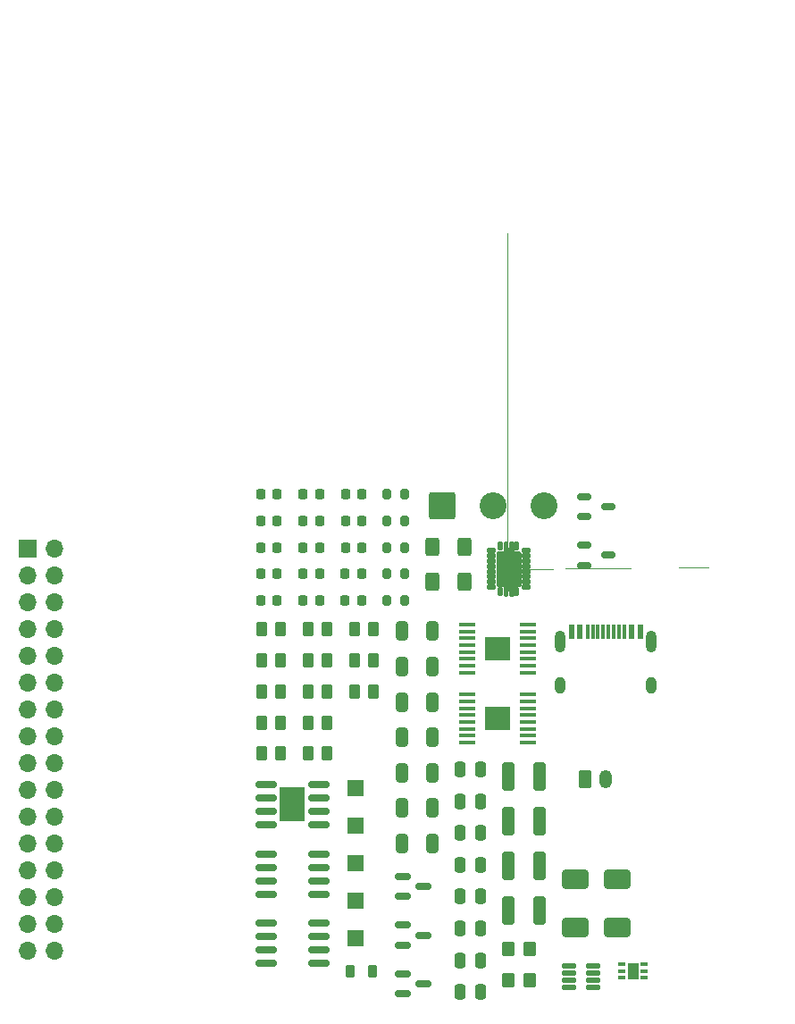
<source format=gbr>
%TF.GenerationSoftware,KiCad,Pcbnew,9.0.0*%
%TF.CreationDate,2025-03-28T16:41:01+02:00*%
%TF.ProjectId,Micro-Mouse Power Subsystem,4d696372-6f2d-44d6-9f75-736520506f77,rev?*%
%TF.SameCoordinates,Original*%
%TF.FileFunction,Soldermask,Top*%
%TF.FilePolarity,Negative*%
%FSLAX46Y46*%
G04 Gerber Fmt 4.6, Leading zero omitted, Abs format (unit mm)*
G04 Created by KiCad (PCBNEW 9.0.0) date 2025-03-28 16:41:01*
%MOMM*%
%LPD*%
G01*
G04 APERTURE LIST*
G04 Aperture macros list*
%AMRoundRect*
0 Rectangle with rounded corners*
0 $1 Rounding radius*
0 $2 $3 $4 $5 $6 $7 $8 $9 X,Y pos of 4 corners*
0 Add a 4 corners polygon primitive as box body*
4,1,4,$2,$3,$4,$5,$6,$7,$8,$9,$2,$3,0*
0 Add four circle primitives for the rounded corners*
1,1,$1+$1,$2,$3*
1,1,$1+$1,$4,$5*
1,1,$1+$1,$6,$7*
1,1,$1+$1,$8,$9*
0 Add four rect primitives between the rounded corners*
20,1,$1+$1,$2,$3,$4,$5,0*
20,1,$1+$1,$4,$5,$6,$7,0*
20,1,$1+$1,$6,$7,$8,$9,0*
20,1,$1+$1,$8,$9,$2,$3,0*%
%AMFreePoly0*
4,1,505,-0.203634,2.555678,-0.202053,2.555421,-0.199231,2.554726,-0.198634,2.554678,-0.197053,2.554421,-0.194231,2.553726,-0.193634,2.553678,-0.192053,2.553421,-0.176164,2.549509,-0.173164,2.548509,-0.166423,2.545994,-0.165768,2.545723,-0.159148,2.542704,-0.157464,2.541862,-0.157608,2.541572,-0.146835,2.536534,-0.144880,2.535327,-0.140541,2.531895,-0.136165,2.529249,-0.134865,2.528313,
-0.133109,2.526820,-0.132165,2.526249,-0.130865,2.525313,-0.118339,2.514661,-0.110339,2.506661,-0.099687,2.494135,-0.098751,2.492835,-0.098179,2.491890,-0.096687,2.490135,-0.095751,2.488835,-0.093104,2.484458,-0.089673,2.480120,-0.088466,2.478165,-0.083427,2.467391,-0.083138,2.467536,-0.082296,2.465852,-0.079277,2.459232,-0.079006,2.458577,-0.076491,2.451836,-0.075491,2.448836,
-0.071579,2.432947,-0.071322,2.431366,-0.071273,2.430768,-0.070579,2.427947,-0.070322,2.426366,-0.070273,2.425768,-0.069579,2.422947,-0.069322,2.421366,-0.068000,2.405000,-0.068000,2.032000,0.068000,2.032000,0.068000,2.405000,0.069322,2.421366,0.069579,2.422947,0.070273,2.425768,0.070322,2.426366,0.070579,2.427947,0.071273,2.430768,0.071322,2.431366,0.071579,2.432947,
0.075491,2.448836,0.076491,2.451836,0.079006,2.458577,0.079277,2.459232,0.082296,2.465852,0.083138,2.467536,0.083427,2.467391,0.088466,2.478165,0.089673,2.480120,0.093104,2.484458,0.095751,2.488835,0.096687,2.490135,0.098179,2.491890,0.098751,2.492835,0.099687,2.494135,0.110339,2.506661,0.118339,2.514661,0.130865,2.525313,0.132165,2.526249,0.133109,2.526820,
0.134865,2.528313,0.136165,2.529249,0.140541,2.531895,0.144880,2.535327,0.146835,2.536534,0.157608,2.541572,0.157464,2.541862,0.159148,2.542704,0.165768,2.545723,0.166423,2.545994,0.173164,2.548509,0.176164,2.549509,0.192053,2.553421,0.193634,2.553678,0.194231,2.553726,0.197053,2.554421,0.198634,2.554678,0.199231,2.554726,0.202053,2.555421,0.203634,2.555678,
0.220000,2.557000,0.330000,2.557000,0.346366,2.555678,0.347947,2.555421,0.350768,2.554726,0.351366,2.554678,0.352947,2.554421,0.355768,2.553726,0.356366,2.553678,0.357947,2.553421,0.373836,2.549509,0.376836,2.548509,0.383577,2.545994,0.384232,2.545723,0.390852,2.542704,0.392536,2.541862,0.392391,2.541572,0.403165,2.536534,0.405120,2.535327,0.409458,2.531895,
0.413835,2.529249,0.415135,2.528313,0.416890,2.526820,0.417835,2.526249,0.419135,2.525313,0.431661,2.514661,0.439661,2.506661,0.450313,2.494135,0.451249,2.492835,0.451820,2.491890,0.453313,2.490135,0.454249,2.488835,0.456895,2.484458,0.460327,2.480120,0.461534,2.478165,0.466572,2.467391,0.466862,2.467536,0.467704,2.465852,0.470723,2.459232,0.470994,2.458577,
0.473509,2.451836,0.474509,2.448836,0.478421,2.432947,0.478678,2.431366,0.478726,2.430768,0.479421,2.427947,0.479678,2.426366,0.479726,2.425768,0.480421,2.422947,0.480678,2.421366,0.482000,2.405000,0.482000,1.632000,0.980000,1.632000,0.996366,1.630678,0.997947,1.630421,1.000768,1.629726,1.001366,1.629678,1.002947,1.629421,1.005768,1.628726,1.006366,1.628678,
1.007947,1.628421,1.013719,1.627000,1.025000,1.627000,1.084954,1.607520,1.122008,1.556520,1.127000,1.525000,1.127000,1.513718,1.128421,1.507947,1.128678,1.506366,1.128726,1.505768,1.129421,1.502947,1.129678,1.501366,1.129726,1.500768,1.130421,1.497947,1.130678,1.496366,1.132000,1.480000,1.132000,-1.480000,1.130678,-1.496366,1.130421,-1.497947,1.129726,-1.500768,
1.129678,-1.501366,1.129421,-1.502947,1.128726,-1.505768,1.128678,-1.506366,1.128421,-1.507947,1.127000,-1.513718,1.127000,-1.525000,1.107520,-1.584954,1.056520,-1.622008,1.025000,-1.627000,1.013719,-1.627000,1.007947,-1.628421,1.006366,-1.628678,1.005768,-1.628726,1.002947,-1.629421,1.001366,-1.629678,1.000768,-1.629726,0.997947,-1.630421,0.996366,-1.630678,0.980000,-1.632000,
0.482000,-1.632000,0.482000,-2.405000,0.480678,-2.421366,0.480421,-2.422947,0.479726,-2.425768,0.479678,-2.426366,0.479421,-2.427947,0.478726,-2.430768,0.478678,-2.431366,0.478421,-2.432947,0.474509,-2.448836,0.473509,-2.451836,0.470994,-2.458577,0.470723,-2.459232,0.467704,-2.465852,0.466862,-2.467536,0.466572,-2.467391,0.461534,-2.478165,0.460327,-2.480120,0.456895,-2.484458,
0.454249,-2.488835,0.453313,-2.490135,0.451820,-2.491890,0.451249,-2.492835,0.450313,-2.494135,0.439661,-2.506661,0.431661,-2.514661,0.419135,-2.525313,0.417835,-2.526249,0.416890,-2.526820,0.415135,-2.528313,0.413835,-2.529249,0.409458,-2.531895,0.405120,-2.535327,0.403165,-2.536534,0.392391,-2.541572,0.392536,-2.541862,0.390852,-2.542704,0.384232,-2.545723,0.383577,-2.545994,
0.376836,-2.548509,0.373836,-2.549509,0.357947,-2.553421,0.356366,-2.553678,0.355768,-2.553726,0.352947,-2.554421,0.351366,-2.554678,0.350768,-2.554726,0.347947,-2.555421,0.346366,-2.555678,0.330000,-2.557000,0.220000,-2.557000,0.203634,-2.555678,0.202053,-2.555421,0.199231,-2.554726,0.198634,-2.554678,0.197053,-2.554421,0.194231,-2.553726,0.193634,-2.553678,0.192053,-2.553421,
0.176164,-2.549509,0.173164,-2.548509,0.166423,-2.545994,0.165768,-2.545723,0.159148,-2.542704,0.157464,-2.541862,0.157608,-2.541572,0.146835,-2.536534,0.144880,-2.535327,0.140541,-2.531895,0.136165,-2.529249,0.134865,-2.528313,0.133109,-2.526820,0.132165,-2.526249,0.130865,-2.525313,0.118339,-2.514661,0.110339,-2.506661,0.099687,-2.494135,0.098751,-2.492835,0.098179,-2.491890,
0.096687,-2.490135,0.095751,-2.488835,0.093104,-2.484458,0.089673,-2.480120,0.088466,-2.478165,0.083427,-2.467391,0.083138,-2.467536,0.082296,-2.465852,0.079277,-2.459232,0.079006,-2.458577,0.076491,-2.451836,0.075491,-2.448836,0.071579,-2.432947,0.071322,-2.431366,0.071273,-2.430768,0.070579,-2.427947,0.070322,-2.426366,0.070273,-2.425768,0.069579,-2.422947,0.069322,-2.421366,
0.068000,-2.405000,0.068000,-2.032000,-0.068000,-2.032000,-0.068000,-2.405000,-0.069322,-2.421366,-0.069579,-2.422947,-0.070273,-2.425768,-0.070322,-2.426366,-0.070579,-2.427947,-0.071273,-2.430768,-0.071322,-2.431366,-0.071579,-2.432947,-0.075491,-2.448836,-0.076491,-2.451836,-0.079006,-2.458577,-0.079277,-2.459232,-0.082296,-2.465852,-0.083138,-2.467536,-0.083427,-2.467391,-0.088466,-2.478165,
-0.089673,-2.480120,-0.093104,-2.484458,-0.095751,-2.488835,-0.096687,-2.490135,-0.098179,-2.491890,-0.098751,-2.492835,-0.099687,-2.494135,-0.110339,-2.506661,-0.118339,-2.514661,-0.130865,-2.525313,-0.132165,-2.526249,-0.133109,-2.526820,-0.134865,-2.528313,-0.136165,-2.529249,-0.140541,-2.531895,-0.144880,-2.535327,-0.146835,-2.536534,-0.157608,-2.541572,-0.157464,-2.541862,-0.159148,-2.542704,
-0.165768,-2.545723,-0.166423,-2.545994,-0.173164,-2.548509,-0.176164,-2.549509,-0.192053,-2.553421,-0.193634,-2.553678,-0.194231,-2.553726,-0.197053,-2.554421,-0.198634,-2.554678,-0.199231,-2.554726,-0.202053,-2.555421,-0.203634,-2.555678,-0.220000,-2.557000,-0.330000,-2.557000,-0.346366,-2.555678,-0.347947,-2.555421,-0.350768,-2.554726,-0.351366,-2.554678,-0.352947,-2.554421,-0.355768,-2.553726,
-0.356366,-2.553678,-0.357947,-2.553421,-0.373836,-2.549509,-0.376836,-2.548509,-0.383577,-2.545994,-0.384232,-2.545723,-0.390852,-2.542704,-0.392536,-2.541862,-0.392391,-2.541572,-0.403165,-2.536534,-0.405120,-2.535327,-0.409458,-2.531895,-0.413835,-2.529249,-0.415135,-2.528313,-0.416890,-2.526820,-0.417835,-2.526249,-0.419135,-2.525313,-0.431661,-2.514661,-0.439661,-2.506661,-0.450313,-2.494135,
-0.451249,-2.492835,-0.451820,-2.491890,-0.453313,-2.490135,-0.454249,-2.488835,-0.456895,-2.484458,-0.460327,-2.480120,-0.461534,-2.478165,-0.466572,-2.467391,-0.466862,-2.467536,-0.467704,-2.465852,-0.470723,-2.459232,-0.470994,-2.458577,-0.473509,-2.451836,-0.474509,-2.448836,-0.478421,-2.432947,-0.478678,-2.431366,-0.478726,-2.430768,-0.479421,-2.427947,-0.479678,-2.426366,-0.479726,-2.425768,
-0.480421,-2.422947,-0.480678,-2.421366,-0.482000,-2.405000,-0.482000,-1.632000,-0.980000,-1.632000,-0.996366,-1.630678,-0.997947,-1.630421,-1.000768,-1.629726,-1.001366,-1.629678,-1.002947,-1.629421,-1.005768,-1.628726,-1.006366,-1.628678,-1.007947,-1.628421,-1.013719,-1.627000,-1.025000,-1.627000,-1.084954,-1.607520,-1.122008,-1.556520,-1.127000,-1.525000,-1.127000,-1.513718,-1.128421,-1.507947,
-1.128678,-1.506366,-1.128726,-1.505768,-1.129421,-1.502947,-1.129678,-1.501366,-1.129726,-1.500768,-1.130421,-1.497947,-1.130678,-1.496366,-1.132000,-1.480000,-1.132000,1.480000,-1.130678,1.496366,-1.130421,1.497947,-1.129726,1.500768,-1.129678,1.501366,-1.129421,1.502947,-1.128726,1.505768,-1.128678,1.506366,-1.128421,1.507947,-1.127000,1.513718,-1.127000,1.525000,-1.107520,1.584954,
-1.056520,1.622008,-1.025000,1.627000,-1.013719,1.627000,-1.007947,1.628421,-1.006366,1.628678,-1.005768,1.628726,-1.002947,1.629421,-1.001366,1.629678,-1.000768,1.629726,-0.997947,1.630421,-0.996366,1.630678,-0.980000,1.632000,-0.482000,1.632000,-0.482000,2.405000,-0.480678,2.421366,-0.480421,2.422947,-0.479726,2.425768,-0.479678,2.426366,-0.479421,2.427947,-0.478726,2.430768,
-0.478678,2.431366,-0.478421,2.432947,-0.474509,2.448836,-0.473509,2.451836,-0.470994,2.458577,-0.470723,2.459232,-0.467704,2.465852,-0.466862,2.467536,-0.466572,2.467391,-0.461534,2.478165,-0.460327,2.480120,-0.456895,2.484458,-0.454249,2.488835,-0.453313,2.490135,-0.451820,2.491890,-0.451249,2.492835,-0.450313,2.494135,-0.439661,2.506661,-0.431661,2.514661,-0.419135,2.525313,
-0.417835,2.526249,-0.416890,2.526820,-0.415135,2.528313,-0.413835,2.529249,-0.409458,2.531895,-0.405120,2.535327,-0.403165,2.536534,-0.392391,2.541572,-0.392536,2.541862,-0.390852,2.542704,-0.384232,2.545723,-0.383577,2.545994,-0.376836,2.548509,-0.373836,2.549509,-0.357947,2.553421,-0.356366,2.553678,-0.355768,2.553726,-0.352947,2.554421,-0.351366,2.554678,-0.350768,2.554726,
-0.347947,2.555421,-0.346366,2.555678,-0.330000,2.557000,-0.220000,2.557000,-0.203634,2.555678,-0.203634,2.555678,$1*%
G04 Aperture macros list end*
%ADD10C,0.010000*%
%ADD11RoundRect,0.150000X-0.825000X-0.150000X0.825000X-0.150000X0.825000X0.150000X-0.825000X0.150000X0*%
%ADD12RoundRect,0.125000X-0.537500X-0.125000X0.537500X-0.125000X0.537500X0.125000X-0.537500X0.125000X0*%
%ADD13RoundRect,0.093240X-0.128760X-0.308760X0.128760X-0.308760X0.128760X0.308760X-0.128760X0.308760X0*%
%ADD14RoundRect,0.093240X-0.308760X-0.128760X0.308760X-0.128760X0.308760X0.128760X-0.308760X0.128760X0*%
%ADD15FreePoly0,0.000000*%
%ADD16C,0.504000*%
%ADD17R,0.650000X0.350000*%
%ADD18R,1.000000X1.600000*%
%ADD19R,2.460000X2.310000*%
%ADD20RoundRect,0.100000X-0.687500X-0.100000X0.687500X-0.100000X0.687500X0.100000X-0.687500X0.100000X0*%
%ADD21R,2.410000X3.300000*%
%ADD22R,1.500000X1.500000*%
%ADD23RoundRect,0.249999X-1.025001X-1.025001X1.025001X-1.025001X1.025001X1.025001X-1.025001X1.025001X0*%
%ADD24C,2.550000*%
%ADD25RoundRect,0.250000X-0.262500X-0.450000X0.262500X-0.450000X0.262500X0.450000X-0.262500X0.450000X0*%
%ADD26RoundRect,0.200000X-0.200000X-0.275000X0.200000X-0.275000X0.200000X0.275000X-0.200000X0.275000X0*%
%ADD27RoundRect,0.250000X-0.400000X-0.625000X0.400000X-0.625000X0.400000X0.625000X-0.400000X0.625000X0*%
%ADD28RoundRect,0.250000X-0.350000X-0.450000X0.350000X-0.450000X0.350000X0.450000X-0.350000X0.450000X0*%
%ADD29RoundRect,0.150000X-0.587500X-0.150000X0.587500X-0.150000X0.587500X0.150000X-0.587500X0.150000X0*%
%ADD30RoundRect,0.150000X-0.512500X-0.150000X0.512500X-0.150000X0.512500X0.150000X-0.512500X0.150000X0*%
%ADD31RoundRect,0.218750X-0.218750X-0.256250X0.218750X-0.256250X0.218750X0.256250X-0.218750X0.256250X0*%
%ADD32RoundRect,0.218750X-0.218750X-0.381250X0.218750X-0.381250X0.218750X0.381250X-0.218750X0.381250X0*%
%ADD33RoundRect,0.250000X-0.350000X-0.625000X0.350000X-0.625000X0.350000X0.625000X-0.350000X0.625000X0*%
%ADD34O,1.200000X1.750000*%
%ADD35R,0.600000X1.450000*%
%ADD36R,0.300000X1.450000*%
%ADD37O,1.000000X2.100000*%
%ADD38O,1.000000X1.600000*%
%ADD39R,1.700000X1.700000*%
%ADD40O,1.700000X1.700000*%
%ADD41RoundRect,0.250000X-1.000000X-0.650000X1.000000X-0.650000X1.000000X0.650000X-1.000000X0.650000X0*%
%ADD42RoundRect,0.250000X-0.250000X-0.475000X0.250000X-0.475000X0.250000X0.475000X-0.250000X0.475000X0*%
%ADD43RoundRect,0.225000X-0.225000X-0.250000X0.225000X-0.250000X0.225000X0.250000X-0.225000X0.250000X0*%
%ADD44RoundRect,0.250000X-0.325000X-0.650000X0.325000X-0.650000X0.325000X0.650000X-0.325000X0.650000X0*%
%ADD45RoundRect,0.250000X-0.325000X-1.100000X0.325000X-1.100000X0.325000X1.100000X-0.325000X1.100000X0*%
G04 APERTURE END LIST*
D10*
%TO.C,U5*%
X47886000Y-9479000D02*
X47894000Y-9480000D01*
X47902000Y-9481000D01*
X47909000Y-9483000D01*
X47917000Y-9485000D01*
X47924000Y-9488000D01*
X47932000Y-9491000D01*
X47939000Y-9495000D01*
X47946000Y-9498000D01*
X47953000Y-9503000D01*
X47959000Y-9507000D01*
X47966000Y-9512000D01*
X47972000Y-9517000D01*
X47977000Y-9523000D01*
X47983000Y-9528000D01*
X47988000Y-9534000D01*
X47993000Y-9541000D01*
X47997000Y-9547000D01*
X48002000Y-9554000D01*
X48005000Y-9561000D01*
X48009000Y-9568000D01*
X48012000Y-9576000D01*
X48015000Y-9583000D01*
X48017000Y-9591000D01*
X48019000Y-9598000D01*
X48020000Y-9606000D01*
X48021000Y-9614000D01*
X48022000Y-9622000D01*
X48022000Y-9630000D01*
X48022000Y-10003000D01*
X48167000Y-10003000D01*
X48168000Y-10003000D01*
X48168000Y-9628000D01*
X48168000Y-9620000D01*
X48169000Y-9612000D01*
X48170000Y-9605000D01*
X48171000Y-9597000D01*
X48173000Y-9589000D01*
X48175000Y-9582000D01*
X48178000Y-9574000D01*
X48181000Y-9567000D01*
X48184000Y-9560000D01*
X48188000Y-9553000D01*
X48192000Y-9546000D01*
X48197000Y-9540000D01*
X48201000Y-9534000D01*
X48207000Y-9528000D01*
X48212000Y-9522000D01*
X48218000Y-9517000D01*
X48224000Y-9511000D01*
X48230000Y-9507000D01*
X48236000Y-9502000D01*
X48243000Y-9498000D01*
X48250000Y-9494000D01*
X48257000Y-9491000D01*
X48264000Y-9488000D01*
X48272000Y-9485000D01*
X48279000Y-9483000D01*
X48287000Y-9481000D01*
X48295000Y-9480000D01*
X48302000Y-9479000D01*
X48310000Y-9478000D01*
X48318000Y-9478000D01*
X48421000Y-9478000D01*
X48429000Y-9478000D01*
X48437000Y-9479000D01*
X48445000Y-9480000D01*
X48452000Y-9481000D01*
X48460000Y-9483000D01*
X48468000Y-9485000D01*
X48475000Y-9488000D01*
X48482000Y-9491000D01*
X48490000Y-9494000D01*
X48496000Y-9498000D01*
X48503000Y-9502000D01*
X48510000Y-9507000D01*
X48516000Y-9512000D01*
X48522000Y-9517000D01*
X48528000Y-9522000D01*
X48533000Y-9528000D01*
X48538000Y-9534000D01*
X48543000Y-9540000D01*
X48548000Y-9547000D01*
X48552000Y-9554000D01*
X48556000Y-9560000D01*
X48559000Y-9568000D01*
X48562000Y-9575000D01*
X48565000Y-9582000D01*
X48567000Y-9590000D01*
X48569000Y-9598000D01*
X48570000Y-9605000D01*
X48571000Y-9613000D01*
X48572000Y-9621000D01*
X48572000Y-9629000D01*
X48572000Y-10403000D01*
X49070000Y-10403000D01*
X49078000Y-10403000D01*
X49086000Y-10404000D01*
X49094000Y-10405000D01*
X49102000Y-10406000D01*
X49109000Y-10408000D01*
X49117000Y-10410000D01*
X49124000Y-10413000D01*
X49132000Y-10416000D01*
X49139000Y-10420000D01*
X49146000Y-10423000D01*
X49153000Y-10428000D01*
X49159000Y-10432000D01*
X49166000Y-10437000D01*
X49172000Y-10442000D01*
X49177000Y-10448000D01*
X49183000Y-10453000D01*
X49188000Y-10459000D01*
X49193000Y-10466000D01*
X49197000Y-10472000D01*
X49202000Y-10479000D01*
X49205000Y-10486000D01*
X49209000Y-10493000D01*
X49212000Y-10501000D01*
X49215000Y-10508000D01*
X49217000Y-10516000D01*
X49219000Y-10523000D01*
X49220000Y-10531000D01*
X49221000Y-10539000D01*
X49222000Y-10547000D01*
X49222000Y-10555000D01*
X49222000Y-13506000D01*
X49222000Y-13514000D01*
X49221000Y-13522000D01*
X49220000Y-13529000D01*
X49219000Y-13537000D01*
X49217000Y-13545000D01*
X49215000Y-13552000D01*
X49212000Y-13560000D01*
X49209000Y-13567000D01*
X49206000Y-13574000D01*
X49202000Y-13581000D01*
X49198000Y-13588000D01*
X49193000Y-13594000D01*
X49189000Y-13600000D01*
X49183000Y-13606000D01*
X49178000Y-13612000D01*
X49172000Y-13617000D01*
X49166000Y-13623000D01*
X49160000Y-13627000D01*
X49154000Y-13632000D01*
X49147000Y-13636000D01*
X49140000Y-13640000D01*
X49133000Y-13643000D01*
X49126000Y-13646000D01*
X49118000Y-13649000D01*
X49111000Y-13651000D01*
X49103000Y-13653000D01*
X49095000Y-13654000D01*
X49088000Y-13655000D01*
X49080000Y-13656000D01*
X49072000Y-13656000D01*
X48573000Y-13656000D01*
X48572000Y-13656000D01*
X48572000Y-13657000D01*
X48572000Y-14431000D01*
X48572000Y-14439000D01*
X48571000Y-14447000D01*
X48570000Y-14454000D01*
X48569000Y-14462000D01*
X48567000Y-14470000D01*
X48565000Y-14477000D01*
X48562000Y-14485000D01*
X48559000Y-14492000D01*
X48556000Y-14499000D01*
X48552000Y-14506000D01*
X48548000Y-14513000D01*
X48543000Y-14519000D01*
X48539000Y-14525000D01*
X48533000Y-14531000D01*
X48528000Y-14537000D01*
X48522000Y-14542000D01*
X48516000Y-14548000D01*
X48510000Y-14552000D01*
X48504000Y-14557000D01*
X48497000Y-14561000D01*
X48490000Y-14565000D01*
X48483000Y-14568000D01*
X48476000Y-14571000D01*
X48468000Y-14574000D01*
X48461000Y-14576000D01*
X48453000Y-14578000D01*
X48445000Y-14579000D01*
X48438000Y-14580000D01*
X48430000Y-14581000D01*
X48422000Y-14581000D01*
X48317000Y-14581000D01*
X48309000Y-14581000D01*
X48301000Y-14580000D01*
X48294000Y-14579000D01*
X48286000Y-14578000D01*
X48278000Y-14576000D01*
X48271000Y-14574000D01*
X48264000Y-14571000D01*
X48256000Y-14568000D01*
X48249000Y-14565000D01*
X48242000Y-14561000D01*
X48236000Y-14557000D01*
X48229000Y-14553000D01*
X48223000Y-14548000D01*
X48217000Y-14543000D01*
X48212000Y-14537000D01*
X48206000Y-14532000D01*
X48201000Y-14526000D01*
X48196000Y-14520000D01*
X48192000Y-14513000D01*
X48188000Y-14507000D01*
X48184000Y-14500000D01*
X48181000Y-14493000D01*
X48178000Y-14485000D01*
X48175000Y-14478000D01*
X48173000Y-14471000D01*
X48171000Y-14463000D01*
X48170000Y-14455000D01*
X48169000Y-14448000D01*
X48168000Y-14440000D01*
X48168000Y-14432000D01*
X48168000Y-14057000D01*
X48023000Y-14057000D01*
X48022000Y-14057000D01*
X48022000Y-14058000D01*
X48022000Y-14431000D01*
X48022000Y-14439000D01*
X48021000Y-14447000D01*
X48020000Y-14454000D01*
X48019000Y-14462000D01*
X48017000Y-14470000D01*
X48015000Y-14477000D01*
X48012000Y-14485000D01*
X48009000Y-14492000D01*
X48006000Y-14499000D01*
X48002000Y-14506000D01*
X47998000Y-14513000D01*
X47993000Y-14519000D01*
X47989000Y-14525000D01*
X47983000Y-14531000D01*
X47978000Y-14537000D01*
X47972000Y-14542000D01*
X47966000Y-14548000D01*
X47960000Y-14552000D01*
X47954000Y-14557000D01*
X47947000Y-14561000D01*
X47940000Y-14565000D01*
X47933000Y-14568000D01*
X47926000Y-14571000D01*
X47918000Y-14574000D01*
X47911000Y-14576000D01*
X47903000Y-14578000D01*
X47895000Y-14579000D01*
X47888000Y-14580000D01*
X47880000Y-14581000D01*
X47872000Y-14581000D01*
X47766000Y-14581000D01*
X47758000Y-14581000D01*
X47751000Y-14580000D01*
X47743000Y-14579000D01*
X47735000Y-14578000D01*
X47728000Y-14576000D01*
X47720000Y-14574000D01*
X47713000Y-14571000D01*
X47706000Y-14568000D01*
X47699000Y-14565000D01*
X47692000Y-14561000D01*
X47685000Y-14557000D01*
X47679000Y-14553000D01*
X47673000Y-14548000D01*
X47667000Y-14543000D01*
X47661000Y-14538000D01*
X47656000Y-14532000D01*
X47651000Y-14526000D01*
X47646000Y-14520000D01*
X47642000Y-14514000D01*
X47638000Y-14507000D01*
X47634000Y-14500000D01*
X47631000Y-14493000D01*
X47628000Y-14486000D01*
X47625000Y-14479000D01*
X47623000Y-14471000D01*
X47621000Y-14464000D01*
X47620000Y-14456000D01*
X47619000Y-14448000D01*
X47618000Y-14441000D01*
X47618000Y-14433000D01*
X47618000Y-13657000D01*
X47120000Y-13657000D01*
X47112000Y-13657000D01*
X47104000Y-13656000D01*
X47096000Y-13655000D01*
X47088000Y-13654000D01*
X47081000Y-13652000D01*
X47073000Y-13650000D01*
X47066000Y-13647000D01*
X47058000Y-13644000D01*
X47051000Y-13640000D01*
X47044000Y-13637000D01*
X47037000Y-13632000D01*
X47031000Y-13628000D01*
X47024000Y-13623000D01*
X47018000Y-13618000D01*
X47013000Y-13612000D01*
X47007000Y-13607000D01*
X47002000Y-13601000D01*
X46997000Y-13594000D01*
X46993000Y-13588000D01*
X46988000Y-13581000D01*
X46985000Y-13574000D01*
X46981000Y-13567000D01*
X46978000Y-13559000D01*
X46975000Y-13552000D01*
X46973000Y-13544000D01*
X46971000Y-13537000D01*
X46970000Y-13529000D01*
X46969000Y-13521000D01*
X46968000Y-13513000D01*
X46968000Y-13505000D01*
X46968000Y-10556000D01*
X46968000Y-10548000D01*
X46969000Y-10540000D01*
X46970000Y-10532000D01*
X46971000Y-10524000D01*
X46973000Y-10517000D01*
X46975000Y-10509000D01*
X46978000Y-10502000D01*
X46981000Y-10494000D01*
X46985000Y-10487000D01*
X46988000Y-10480000D01*
X46993000Y-10473000D01*
X46997000Y-10467000D01*
X47002000Y-10460000D01*
X47007000Y-10454000D01*
X47013000Y-10449000D01*
X47018000Y-10443000D01*
X47024000Y-10438000D01*
X47031000Y-10433000D01*
X47037000Y-10429000D01*
X47044000Y-10424000D01*
X47051000Y-10421000D01*
X47058000Y-10417000D01*
X47066000Y-10414000D01*
X47073000Y-10411000D01*
X47081000Y-10409000D01*
X47088000Y-10407000D01*
X47096000Y-10406000D01*
X47104000Y-10405000D01*
X47112000Y-10404000D01*
X47120000Y-10404000D01*
X47617000Y-10404000D01*
X47618000Y-10404000D01*
X47618000Y-10403000D01*
X47618000Y-9630000D01*
X47618000Y-9622000D01*
X47619000Y-9614000D01*
X47620000Y-9606000D01*
X47621000Y-9598000D01*
X47623000Y-9591000D01*
X47625000Y-9583000D01*
X47628000Y-9576000D01*
X47631000Y-9568000D01*
X47635000Y-9561000D01*
X47638000Y-9554000D01*
X47643000Y-9547000D01*
X47647000Y-9541000D01*
X47652000Y-9534000D01*
X47657000Y-9528000D01*
X47663000Y-9523000D01*
X47668000Y-9517000D01*
X47674000Y-9512000D01*
X47681000Y-9507000D01*
X47687000Y-9503000D01*
X47694000Y-9498000D01*
X47701000Y-9495000D01*
X47708000Y-9491000D01*
X47716000Y-9488000D01*
X47723000Y-9485000D01*
X47731000Y-9483000D01*
X47738000Y-9481000D01*
X47746000Y-9480000D01*
X47754000Y-9479000D01*
X47762000Y-9478000D01*
X47770000Y-9478000D01*
X47870000Y-9478000D01*
X47878000Y-9478000D01*
X47886000Y-9479000D01*
G36*
X47886000Y-9479000D02*
G01*
X47894000Y-9480000D01*
X47902000Y-9481000D01*
X47909000Y-9483000D01*
X47917000Y-9485000D01*
X47924000Y-9488000D01*
X47932000Y-9491000D01*
X47939000Y-9495000D01*
X47946000Y-9498000D01*
X47953000Y-9503000D01*
X47959000Y-9507000D01*
X47966000Y-9512000D01*
X47972000Y-9517000D01*
X47977000Y-9523000D01*
X47983000Y-9528000D01*
X47988000Y-9534000D01*
X47993000Y-9541000D01*
X47997000Y-9547000D01*
X48002000Y-9554000D01*
X48005000Y-9561000D01*
X48009000Y-9568000D01*
X48012000Y-9576000D01*
X48015000Y-9583000D01*
X48017000Y-9591000D01*
X48019000Y-9598000D01*
X48020000Y-9606000D01*
X48021000Y-9614000D01*
X48022000Y-9622000D01*
X48022000Y-9630000D01*
X48022000Y-10003000D01*
X48167000Y-10003000D01*
X48168000Y-10003000D01*
X48168000Y-9628000D01*
X48168000Y-9620000D01*
X48169000Y-9612000D01*
X48170000Y-9605000D01*
X48171000Y-9597000D01*
X48173000Y-9589000D01*
X48175000Y-9582000D01*
X48178000Y-9574000D01*
X48181000Y-9567000D01*
X48184000Y-9560000D01*
X48188000Y-9553000D01*
X48192000Y-9546000D01*
X48197000Y-9540000D01*
X48201000Y-9534000D01*
X48207000Y-9528000D01*
X48212000Y-9522000D01*
X48218000Y-9517000D01*
X48224000Y-9511000D01*
X48230000Y-9507000D01*
X48236000Y-9502000D01*
X48243000Y-9498000D01*
X48250000Y-9494000D01*
X48257000Y-9491000D01*
X48264000Y-9488000D01*
X48272000Y-9485000D01*
X48279000Y-9483000D01*
X48287000Y-9481000D01*
X48295000Y-9480000D01*
X48302000Y-9479000D01*
X48310000Y-9478000D01*
X48318000Y-9478000D01*
X48421000Y-9478000D01*
X48429000Y-9478000D01*
X48437000Y-9479000D01*
X48445000Y-9480000D01*
X48452000Y-9481000D01*
X48460000Y-9483000D01*
X48468000Y-9485000D01*
X48475000Y-9488000D01*
X48482000Y-9491000D01*
X48490000Y-9494000D01*
X48496000Y-9498000D01*
X48503000Y-9502000D01*
X48510000Y-9507000D01*
X48516000Y-9512000D01*
X48522000Y-9517000D01*
X48528000Y-9522000D01*
X48533000Y-9528000D01*
X48538000Y-9534000D01*
X48543000Y-9540000D01*
X48548000Y-9547000D01*
X48552000Y-9554000D01*
X48556000Y-9560000D01*
X48559000Y-9568000D01*
X48562000Y-9575000D01*
X48565000Y-9582000D01*
X48567000Y-9590000D01*
X48569000Y-9598000D01*
X48570000Y-9605000D01*
X48571000Y-9613000D01*
X48572000Y-9621000D01*
X48572000Y-9629000D01*
X48572000Y-10403000D01*
X49070000Y-10403000D01*
X49078000Y-10403000D01*
X49086000Y-10404000D01*
X49094000Y-10405000D01*
X49102000Y-10406000D01*
X49109000Y-10408000D01*
X49117000Y-10410000D01*
X49124000Y-10413000D01*
X49132000Y-10416000D01*
X49139000Y-10420000D01*
X49146000Y-10423000D01*
X49153000Y-10428000D01*
X49159000Y-10432000D01*
X49166000Y-10437000D01*
X49172000Y-10442000D01*
X49177000Y-10448000D01*
X49183000Y-10453000D01*
X49188000Y-10459000D01*
X49193000Y-10466000D01*
X49197000Y-10472000D01*
X49202000Y-10479000D01*
X49205000Y-10486000D01*
X49209000Y-10493000D01*
X49212000Y-10501000D01*
X49215000Y-10508000D01*
X49217000Y-10516000D01*
X49219000Y-10523000D01*
X49220000Y-10531000D01*
X49221000Y-10539000D01*
X49222000Y-10547000D01*
X49222000Y-10555000D01*
X49222000Y-13506000D01*
X49222000Y-13514000D01*
X49221000Y-13522000D01*
X49220000Y-13529000D01*
X49219000Y-13537000D01*
X49217000Y-13545000D01*
X49215000Y-13552000D01*
X49212000Y-13560000D01*
X49209000Y-13567000D01*
X49206000Y-13574000D01*
X49202000Y-13581000D01*
X49198000Y-13588000D01*
X49193000Y-13594000D01*
X49189000Y-13600000D01*
X49183000Y-13606000D01*
X49178000Y-13612000D01*
X49172000Y-13617000D01*
X49166000Y-13623000D01*
X49160000Y-13627000D01*
X49154000Y-13632000D01*
X49147000Y-13636000D01*
X49140000Y-13640000D01*
X49133000Y-13643000D01*
X49126000Y-13646000D01*
X49118000Y-13649000D01*
X49111000Y-13651000D01*
X49103000Y-13653000D01*
X49095000Y-13654000D01*
X49088000Y-13655000D01*
X49080000Y-13656000D01*
X49072000Y-13656000D01*
X48573000Y-13656000D01*
X48572000Y-13656000D01*
X48572000Y-13657000D01*
X48572000Y-14431000D01*
X48572000Y-14439000D01*
X48571000Y-14447000D01*
X48570000Y-14454000D01*
X48569000Y-14462000D01*
X48567000Y-14470000D01*
X48565000Y-14477000D01*
X48562000Y-14485000D01*
X48559000Y-14492000D01*
X48556000Y-14499000D01*
X48552000Y-14506000D01*
X48548000Y-14513000D01*
X48543000Y-14519000D01*
X48539000Y-14525000D01*
X48533000Y-14531000D01*
X48528000Y-14537000D01*
X48522000Y-14542000D01*
X48516000Y-14548000D01*
X48510000Y-14552000D01*
X48504000Y-14557000D01*
X48497000Y-14561000D01*
X48490000Y-14565000D01*
X48483000Y-14568000D01*
X48476000Y-14571000D01*
X48468000Y-14574000D01*
X48461000Y-14576000D01*
X48453000Y-14578000D01*
X48445000Y-14579000D01*
X48438000Y-14580000D01*
X48430000Y-14581000D01*
X48422000Y-14581000D01*
X48317000Y-14581000D01*
X48309000Y-14581000D01*
X48301000Y-14580000D01*
X48294000Y-14579000D01*
X48286000Y-14578000D01*
X48278000Y-14576000D01*
X48271000Y-14574000D01*
X48264000Y-14571000D01*
X48256000Y-14568000D01*
X48249000Y-14565000D01*
X48242000Y-14561000D01*
X48236000Y-14557000D01*
X48229000Y-14553000D01*
X48223000Y-14548000D01*
X48217000Y-14543000D01*
X48212000Y-14537000D01*
X48206000Y-14532000D01*
X48201000Y-14526000D01*
X48196000Y-14520000D01*
X48192000Y-14513000D01*
X48188000Y-14507000D01*
X48184000Y-14500000D01*
X48181000Y-14493000D01*
X48178000Y-14485000D01*
X48175000Y-14478000D01*
X48173000Y-14471000D01*
X48171000Y-14463000D01*
X48170000Y-14455000D01*
X48169000Y-14448000D01*
X48168000Y-14440000D01*
X48168000Y-14432000D01*
X48168000Y-14057000D01*
X48023000Y-14057000D01*
X48022000Y-14057000D01*
X48022000Y-14058000D01*
X48022000Y-14431000D01*
X48022000Y-14439000D01*
X48021000Y-14447000D01*
X48020000Y-14454000D01*
X48019000Y-14462000D01*
X48017000Y-14470000D01*
X48015000Y-14477000D01*
X48012000Y-14485000D01*
X48009000Y-14492000D01*
X48006000Y-14499000D01*
X48002000Y-14506000D01*
X47998000Y-14513000D01*
X47993000Y-14519000D01*
X47989000Y-14525000D01*
X47983000Y-14531000D01*
X47978000Y-14537000D01*
X47972000Y-14542000D01*
X47966000Y-14548000D01*
X47960000Y-14552000D01*
X47954000Y-14557000D01*
X47947000Y-14561000D01*
X47940000Y-14565000D01*
X47933000Y-14568000D01*
X47926000Y-14571000D01*
X47918000Y-14574000D01*
X47911000Y-14576000D01*
X47903000Y-14578000D01*
X47895000Y-14579000D01*
X47888000Y-14580000D01*
X47880000Y-14581000D01*
X47872000Y-14581000D01*
X47766000Y-14581000D01*
X47758000Y-14581000D01*
X47751000Y-14580000D01*
X47743000Y-14579000D01*
X47735000Y-14578000D01*
X47728000Y-14576000D01*
X47720000Y-14574000D01*
X47713000Y-14571000D01*
X47706000Y-14568000D01*
X47699000Y-14565000D01*
X47692000Y-14561000D01*
X47685000Y-14557000D01*
X47679000Y-14553000D01*
X47673000Y-14548000D01*
X47667000Y-14543000D01*
X47661000Y-14538000D01*
X47656000Y-14532000D01*
X47651000Y-14526000D01*
X47646000Y-14520000D01*
X47642000Y-14514000D01*
X47638000Y-14507000D01*
X47634000Y-14500000D01*
X47631000Y-14493000D01*
X47628000Y-14486000D01*
X47625000Y-14479000D01*
X47623000Y-14471000D01*
X47621000Y-14464000D01*
X47620000Y-14456000D01*
X47619000Y-14448000D01*
X47618000Y-14441000D01*
X47618000Y-14433000D01*
X47618000Y-13657000D01*
X47120000Y-13657000D01*
X47112000Y-13657000D01*
X47104000Y-13656000D01*
X47096000Y-13655000D01*
X47088000Y-13654000D01*
X47081000Y-13652000D01*
X47073000Y-13650000D01*
X47066000Y-13647000D01*
X47058000Y-13644000D01*
X47051000Y-13640000D01*
X47044000Y-13637000D01*
X47037000Y-13632000D01*
X47031000Y-13628000D01*
X47024000Y-13623000D01*
X47018000Y-13618000D01*
X47013000Y-13612000D01*
X47007000Y-13607000D01*
X47002000Y-13601000D01*
X46997000Y-13594000D01*
X46993000Y-13588000D01*
X46988000Y-13581000D01*
X46985000Y-13574000D01*
X46981000Y-13567000D01*
X46978000Y-13559000D01*
X46975000Y-13552000D01*
X46973000Y-13544000D01*
X46971000Y-13537000D01*
X46970000Y-13529000D01*
X46969000Y-13521000D01*
X46968000Y-13513000D01*
X46968000Y-13505000D01*
X46968000Y-10556000D01*
X46968000Y-10548000D01*
X46969000Y-10540000D01*
X46970000Y-10532000D01*
X46971000Y-10524000D01*
X46973000Y-10517000D01*
X46975000Y-10509000D01*
X46978000Y-10502000D01*
X46981000Y-10494000D01*
X46985000Y-10487000D01*
X46988000Y-10480000D01*
X46993000Y-10473000D01*
X46997000Y-10467000D01*
X47002000Y-10460000D01*
X47007000Y-10454000D01*
X47013000Y-10449000D01*
X47018000Y-10443000D01*
X47024000Y-10438000D01*
X47031000Y-10433000D01*
X47037000Y-10429000D01*
X47044000Y-10424000D01*
X47051000Y-10421000D01*
X47058000Y-10417000D01*
X47066000Y-10414000D01*
X47073000Y-10411000D01*
X47081000Y-10409000D01*
X47088000Y-10407000D01*
X47096000Y-10406000D01*
X47104000Y-10405000D01*
X47112000Y-10404000D01*
X47120000Y-10404000D01*
X47617000Y-10404000D01*
X47618000Y-10404000D01*
X47618000Y-10403000D01*
X47618000Y-9630000D01*
X47618000Y-9622000D01*
X47619000Y-9614000D01*
X47620000Y-9606000D01*
X47621000Y-9598000D01*
X47623000Y-9591000D01*
X47625000Y-9583000D01*
X47628000Y-9576000D01*
X47631000Y-9568000D01*
X47635000Y-9561000D01*
X47638000Y-9554000D01*
X47643000Y-9547000D01*
X47647000Y-9541000D01*
X47652000Y-9534000D01*
X47657000Y-9528000D01*
X47663000Y-9523000D01*
X47668000Y-9517000D01*
X47674000Y-9512000D01*
X47681000Y-9507000D01*
X47687000Y-9503000D01*
X47694000Y-9498000D01*
X47701000Y-9495000D01*
X47708000Y-9491000D01*
X47716000Y-9488000D01*
X47723000Y-9485000D01*
X47731000Y-9483000D01*
X47738000Y-9481000D01*
X47746000Y-9480000D01*
X47754000Y-9479000D01*
X47762000Y-9478000D01*
X47770000Y-9478000D01*
X47870000Y-9478000D01*
X47878000Y-9478000D01*
X47886000Y-9479000D01*
G37*
%TD*%
D11*
%TO.C,U8*%
X25130000Y-45630000D03*
X25130000Y-46900000D03*
X25130000Y-48170000D03*
X25130000Y-49440000D03*
X30080000Y-49440000D03*
X30080000Y-48170000D03*
X30080000Y-46900000D03*
X30080000Y-45630000D03*
%TD*%
%TO.C,U7*%
X25130000Y-39050000D03*
X25130000Y-40320000D03*
X25130000Y-41590000D03*
X25130000Y-42860000D03*
X30080000Y-42860000D03*
X30080000Y-41590000D03*
X30080000Y-40320000D03*
X30080000Y-39050000D03*
%TD*%
D12*
%TO.C,U6*%
X53797500Y-49700000D03*
X53797500Y-50350000D03*
X53797500Y-51000000D03*
X53797500Y-51650000D03*
X56072500Y-51650000D03*
X56072500Y-51000000D03*
X56072500Y-50350000D03*
X56072500Y-49700000D03*
%TD*%
D13*
%TO.C,U5*%
X47345000Y-9880000D03*
X48845000Y-9880000D03*
X47345000Y-14180000D03*
X48845000Y-14180000D03*
D14*
X46445000Y-11780000D03*
X46445000Y-12280000D03*
X46445000Y-12780000D03*
X46445000Y-13280000D03*
X46445000Y-13780000D03*
X46445000Y-11280000D03*
X46445000Y-10780000D03*
X46445000Y-10280000D03*
X49745000Y-11780000D03*
X49745000Y-12280000D03*
X49745000Y-12780000D03*
X49745000Y-13280000D03*
X49745000Y-13780000D03*
X49745000Y-11280000D03*
X49745000Y-10780000D03*
X49745000Y-10280000D03*
D15*
X48095000Y-12030000D03*
D16*
X48095000Y-12555000D03*
X47320000Y-12555000D03*
X48870000Y-12555000D03*
X48095000Y-11505000D03*
X47320000Y-11505000D03*
X48870000Y-11505000D03*
X48095000Y-13305000D03*
X48095000Y-10755000D03*
%TD*%
D17*
%TO.C,U4*%
X58860000Y-49500000D03*
X58860000Y-50150000D03*
X58860000Y-50800000D03*
X60960000Y-50800000D03*
X60960000Y-50150000D03*
X60960000Y-49500000D03*
D18*
X59910000Y-50150000D03*
%TD*%
D19*
%TO.C,U3*%
X47060000Y-26230000D03*
D20*
X44197500Y-23955000D03*
X44197500Y-24605000D03*
X44197500Y-25255000D03*
X44197500Y-25905000D03*
X44197500Y-26555000D03*
X44197500Y-27205000D03*
X44197500Y-27855000D03*
X44197500Y-28505000D03*
X49922500Y-28505000D03*
X49922500Y-27855000D03*
X49922500Y-27205000D03*
X49922500Y-26555000D03*
X49922500Y-25905000D03*
X49922500Y-25255000D03*
X49922500Y-24605000D03*
X49922500Y-23955000D03*
%TD*%
D19*
%TO.C,U2*%
X47060000Y-19590000D03*
D20*
X44197500Y-17315000D03*
X44197500Y-17965000D03*
X44197500Y-18615000D03*
X44197500Y-19265000D03*
X44197500Y-19915000D03*
X44197500Y-20565000D03*
X44197500Y-21215000D03*
X44197500Y-21865000D03*
X49922500Y-21865000D03*
X49922500Y-21215000D03*
X49922500Y-20565000D03*
X49922500Y-19915000D03*
X49922500Y-19265000D03*
X49922500Y-18615000D03*
X49922500Y-17965000D03*
X49922500Y-17315000D03*
%TD*%
D11*
%TO.C,U1*%
X25130000Y-32470000D03*
X25130000Y-33740000D03*
X25130000Y-35010000D03*
X25130000Y-36280000D03*
X30080000Y-36280000D03*
X30080000Y-35010000D03*
X30080000Y-33740000D03*
X30080000Y-32470000D03*
D21*
X27605000Y-34375000D03*
%TD*%
D22*
%TO.C,TP5*%
X33605000Y-46995000D03*
%TD*%
%TO.C,TP4*%
X33605000Y-43445000D03*
%TD*%
%TO.C,TP3*%
X33605000Y-39895000D03*
%TD*%
%TO.C,TP2*%
X33605000Y-36345000D03*
%TD*%
%TO.C,TP1*%
X33605000Y-32795000D03*
%TD*%
D23*
%TO.C,SW1*%
X41845000Y-6025000D03*
D24*
X46645000Y-6025000D03*
X51445000Y-6025000D03*
%TD*%
D25*
%TO.C,R_{SHUNT}1*%
X33492500Y-23645000D03*
X35317500Y-23645000D03*
%TD*%
%TO.C,R_{SDA}1*%
X33492500Y-20695000D03*
X35317500Y-20695000D03*
%TD*%
%TO.C,R_{SCL}1*%
X33492500Y-17745000D03*
X35317500Y-17745000D03*
%TD*%
D26*
%TO.C,R_{PULL_DOWN}1*%
X36590000Y-15015000D03*
X38240000Y-15015000D03*
%TD*%
%TO.C,R_{PROG}2*%
X36590000Y-12505000D03*
X38240000Y-12505000D03*
%TD*%
%TO.C,R_{PROG}1*%
X36590000Y-9995000D03*
X38240000Y-9995000D03*
%TD*%
%TO.C,R_{LIMIT}1*%
X36590000Y-7485000D03*
X38240000Y-7485000D03*
%TD*%
D25*
%TO.C,R_{ILIM}1*%
X29082500Y-29545000D03*
X30907500Y-29545000D03*
%TD*%
%TO.C,R_{FSW}2*%
X29082500Y-26595000D03*
X30907500Y-26595000D03*
%TD*%
%TO.C,R_{FSW}1*%
X29082500Y-23645000D03*
X30907500Y-23645000D03*
%TD*%
%TO.C,R_{FB}2*%
X29082500Y-20695000D03*
X30907500Y-20695000D03*
%TD*%
%TO.C,R_{FB}1*%
X29082500Y-17745000D03*
X30907500Y-17745000D03*
%TD*%
%TO.C,R_{COMP}1*%
X24672500Y-29545000D03*
X26497500Y-29545000D03*
%TD*%
D26*
%TO.C,R9*%
X36590000Y-4975000D03*
X38240000Y-4975000D03*
%TD*%
D27*
%TO.C,R8*%
X40845000Y-13265000D03*
X43945000Y-13265000D03*
%TD*%
%TO.C,R7*%
X40845000Y-9975000D03*
X43945000Y-9975000D03*
%TD*%
D28*
%TO.C,R6*%
X48085000Y-50975000D03*
X50085000Y-50975000D03*
%TD*%
%TO.C,R5*%
X48085000Y-48025000D03*
X50085000Y-48025000D03*
%TD*%
D25*
%TO.C,R4*%
X24672500Y-26595000D03*
X26497500Y-26595000D03*
%TD*%
%TO.C,R3*%
X24672500Y-23645000D03*
X26497500Y-23645000D03*
%TD*%
%TO.C,R2*%
X24672500Y-20695000D03*
X26497500Y-20695000D03*
%TD*%
%TO.C,R1*%
X24672500Y-17745000D03*
X26497500Y-17745000D03*
%TD*%
D29*
%TO.C,Q5*%
X38117500Y-50420000D03*
X38117500Y-52320000D03*
X39992500Y-51370000D03*
%TD*%
D30*
%TO.C,Q4*%
X55307500Y-9795000D03*
X55307500Y-11695000D03*
X57582500Y-10745000D03*
%TD*%
%TO.C,Q3*%
X55307500Y-5170000D03*
X55307500Y-7070000D03*
X57582500Y-6120000D03*
%TD*%
D29*
%TO.C,Q2*%
X38117500Y-45795000D03*
X38117500Y-47695000D03*
X39992500Y-46745000D03*
%TD*%
%TO.C,Q1*%
X38117500Y-41170000D03*
X38117500Y-43070000D03*
X39992500Y-42120000D03*
%TD*%
D31*
%TO.C,L4*%
X32617500Y-15015000D03*
X34192500Y-15015000D03*
%TD*%
%TO.C,L2*%
X32617500Y-12505000D03*
X34192500Y-12505000D03*
%TD*%
D32*
%TO.C,L1*%
X33042500Y-50145000D03*
X35167500Y-50145000D03*
%TD*%
D33*
%TO.C,J3*%
X55335000Y-31925000D03*
D34*
X57335000Y-31925000D03*
%TD*%
D35*
%TO.C,J2*%
X54075000Y-18020000D03*
X54875000Y-18020000D03*
D36*
X56075000Y-18020000D03*
X57075000Y-18020000D03*
X57575000Y-18020000D03*
X58575000Y-18020000D03*
D35*
X59775000Y-18020000D03*
X60575000Y-18020000D03*
X60575000Y-18020000D03*
X59775000Y-18020000D03*
D36*
X59075000Y-18020000D03*
X58075000Y-18020000D03*
X56575000Y-18020000D03*
X55575000Y-18020000D03*
D35*
X54875000Y-18020000D03*
X54075000Y-18020000D03*
D37*
X53005000Y-18935000D03*
D38*
X53005000Y-23115000D03*
D37*
X61645000Y-18935000D03*
D38*
X61645000Y-23115000D03*
%TD*%
D39*
%TO.C,J1*%
X2540000Y-10160000D03*
D40*
X5080000Y-10160000D03*
X2540000Y-12700000D03*
X5080000Y-12700000D03*
X2540000Y-15240000D03*
X5080000Y-15240000D03*
X2540000Y-17780000D03*
X5080000Y-17780000D03*
X2540000Y-20320000D03*
X5080000Y-20320000D03*
X2540000Y-22860000D03*
X5080000Y-22860000D03*
X2540000Y-25400000D03*
X5080000Y-25400000D03*
X2540000Y-27940000D03*
X5080000Y-27940000D03*
X2540000Y-30480000D03*
X5080000Y-30480000D03*
X2540000Y-33020000D03*
X5080000Y-33020000D03*
X2540000Y-35560000D03*
X5080000Y-35560000D03*
X2540000Y-38100000D03*
X5080000Y-38100000D03*
X2540000Y-40640000D03*
X5080000Y-40640000D03*
X2540000Y-43180000D03*
X5080000Y-43180000D03*
X2540000Y-45720000D03*
X5080000Y-45720000D03*
X2540000Y-48260000D03*
X5080000Y-48260000D03*
%TD*%
D41*
%TO.C,D4*%
X54430000Y-46025000D03*
X58430000Y-46025000D03*
%TD*%
%TO.C,D3*%
X54430000Y-41475000D03*
X58430000Y-41475000D03*
%TD*%
D42*
%TO.C,C_{SS}1*%
X43535000Y-52125000D03*
X45435000Y-52125000D03*
%TD*%
D43*
%TO.C,C_{OUT}6*%
X32630000Y-9995000D03*
X34180000Y-9995000D03*
%TD*%
%TO.C,C_{OUT}5*%
X32630000Y-7485000D03*
X34180000Y-7485000D03*
%TD*%
%TO.C,C_{OUT}4*%
X32630000Y-4975000D03*
X34180000Y-4975000D03*
%TD*%
D44*
%TO.C,C_{OUT}3*%
X37960000Y-38045000D03*
X40910000Y-38045000D03*
%TD*%
D45*
%TO.C,C_{OUT}2*%
X48060000Y-44425000D03*
X51010000Y-44425000D03*
%TD*%
%TO.C,C_{OUT}1*%
X48060000Y-40175000D03*
X51010000Y-40175000D03*
%TD*%
D44*
%TO.C,C_{OUT_3.3}3*%
X37960000Y-34695000D03*
X40910000Y-34695000D03*
%TD*%
%TO.C,C_{OUT_3.3}2*%
X37960000Y-31345000D03*
X40910000Y-31345000D03*
%TD*%
%TO.C,C_{OUT_3.3}1*%
X37960000Y-27995000D03*
X40910000Y-27995000D03*
%TD*%
%TO.C,C_{IN}3*%
X37960000Y-24645000D03*
X40910000Y-24645000D03*
%TD*%
D45*
%TO.C,C_{IN}2*%
X48060000Y-35925000D03*
X51010000Y-35925000D03*
%TD*%
%TO.C,C_{IN}1*%
X48060000Y-31675000D03*
X51010000Y-31675000D03*
%TD*%
D42*
%TO.C,C_{IN_5}1*%
X43535000Y-49115000D03*
X45435000Y-49115000D03*
%TD*%
D43*
%TO.C,C_{IN_3.3}3*%
X28620000Y-15015000D03*
X30170000Y-15015000D03*
%TD*%
D44*
%TO.C,C_{IN_3.3}2*%
X37960000Y-21295000D03*
X40910000Y-21295000D03*
%TD*%
%TO.C,C_{IN_3.3}1*%
X37960000Y-17945000D03*
X40910000Y-17945000D03*
%TD*%
D42*
%TO.C,C_{COMP}1*%
X43535000Y-46105000D03*
X45435000Y-46105000D03*
%TD*%
D43*
%TO.C,C_{CHARGE_OUT}1*%
X28620000Y-12505000D03*
X30170000Y-12505000D03*
%TD*%
%TO.C,C_{CHARGE_IN}1*%
X28620000Y-9995000D03*
X30170000Y-9995000D03*
%TD*%
D42*
%TO.C,C_{BY}1*%
X43535000Y-43095000D03*
X45435000Y-43095000D03*
%TD*%
%TO.C,C_{BYPASS}1*%
X43535000Y-40085000D03*
X45435000Y-40085000D03*
%TD*%
%TO.C,C_{BOOT}1*%
X43535000Y-37075000D03*
X45435000Y-37075000D03*
%TD*%
%TO.C,C_{1}1*%
X43535000Y-34065000D03*
X45435000Y-34065000D03*
%TD*%
%TO.C,C10*%
X43535000Y-31055000D03*
X45435000Y-31055000D03*
%TD*%
D43*
%TO.C,C9*%
X28620000Y-7485000D03*
X30170000Y-7485000D03*
%TD*%
%TO.C,C8*%
X28620000Y-4975000D03*
X30170000Y-4975000D03*
%TD*%
%TO.C,C7*%
X24610000Y-15015000D03*
X26160000Y-15015000D03*
%TD*%
%TO.C,C6*%
X24610000Y-12505000D03*
X26160000Y-12505000D03*
%TD*%
%TO.C,C5*%
X24610000Y-9995000D03*
X26160000Y-9995000D03*
%TD*%
%TO.C,C4*%
X24610000Y-7485000D03*
X26160000Y-7485000D03*
%TD*%
%TO.C,C3*%
X24610000Y-4975000D03*
X26160000Y-4975000D03*
%TD*%
M02*

</source>
